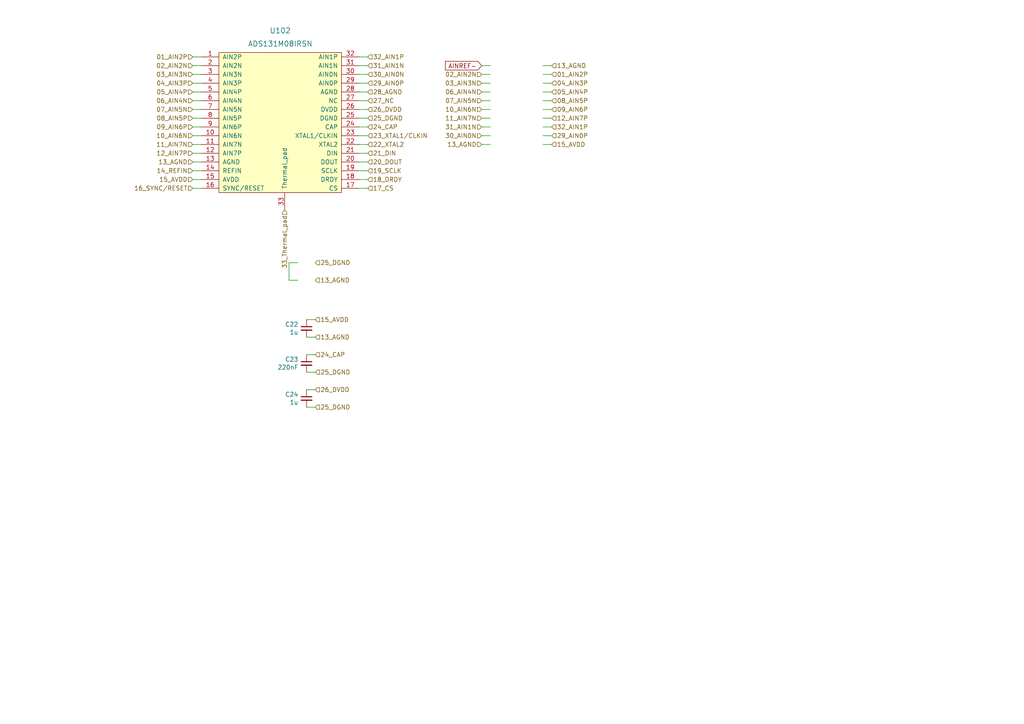
<source format=kicad_sch>
(kicad_sch (version 20210621) (generator eeschema)
  (paper "A4")
  (lib_symbols
    (symbol "FreeEEG32-ads131-rescue:C_Small-Device" (pin_numbers hide) (pin_names (offset 0.254) hide)
      (property "Reference" "C" (at 0.254 1.778 0))
      (property "Value" "C_Small-Device" (at 0.254 -2.032 0))
      (symbol "C_Small-Device_0_1"
        (polyline (pts (xy -1.524 -0.508) (xy 1.524 -0.508)) (stroke (width 0.3302)))
        (polyline (pts (xy -1.524 0.508) (xy 1.524 0.508)) (stroke (width 0.3048)))
      )
      (symbol "C_Small-Device_1_1"
        (pin passive line (at 0 2.54 270) (length 2.032) (name "~") (number "1"))
        (pin passive line (at 0 -2.54 90) (length 2.032) (name "~") (number "2"))
      )
    )
    (symbol "ads131:ADS131M08IPBS" (pin_names (offset 1.016))
      (property "Reference" "U?" (at -1.27 44.45 0))
      (property "Value" "ADS131M08IPBS" (at -1.27 40.64 0))
      (symbol "ADS131M08IPBS_0_1"
        (rectangle (start -19.05 39.37) (end 16.51 -1.27) (fill (type background)))
      )
      (symbol "ADS131M08IPBS_1_1"
        (pin input line (at -24.13 38.1 0) (length 5.08) (name "AIN2P") (number "1"))
        (pin input line (at -24.13 15.24 0) (length 5.08) (name "AIN6N") (number "10"))
        (pin input line (at -24.13 12.7 0) (length 5.08) (name "AIN7N") (number "11"))
        (pin input line (at -24.13 10.16 0) (length 5.08) (name "AIN7P") (number "12"))
        (pin input line (at -24.13 7.62 0) (length 5.08) (name "AGND") (number "13"))
        (pin input line (at -24.13 5.08 0) (length 5.08) (name "REFIN") (number "14"))
        (pin input line (at -24.13 2.54 0) (length 5.08) (name "AVDD") (number "15"))
        (pin input line (at -24.13 0 0) (length 5.08) (name "SYNC/RESET") (number "16"))
        (pin input line (at 21.59 0 180) (length 5.08) (name "CS") (number "17"))
        (pin input line (at 21.59 2.54 180) (length 5.08) (name "DRDY") (number "18"))
        (pin input line (at 21.59 5.08 180) (length 5.08) (name "SCLK") (number "19"))
        (pin input line (at -24.13 35.56 0) (length 5.08) (name "AIN2N") (number "2"))
        (pin input line (at 21.59 7.62 180) (length 5.08) (name "DOUT") (number "20"))
        (pin input line (at 21.59 10.16 180) (length 5.08) (name "DIN") (number "21"))
        (pin input line (at 21.59 12.7 180) (length 5.08) (name "XTAL2") (number "22"))
        (pin input line (at 21.59 15.24 180) (length 5.08) (name "XTAL1/CLKIN") (number "23"))
        (pin input line (at 21.59 17.78 180) (length 5.08) (name "CAP") (number "24"))
        (pin input line (at 21.59 20.32 180) (length 5.08) (name "DGND") (number "25"))
        (pin input line (at 21.59 22.86 180) (length 5.08) (name "DVDD") (number "26"))
        (pin input line (at 21.59 25.4 180) (length 5.08) (name "NC") (number "27"))
        (pin input line (at 21.59 27.94 180) (length 5.08) (name "AGND") (number "28"))
        (pin input line (at 21.59 30.48 180) (length 5.08) (name "AIN0P") (number "29"))
        (pin input line (at -24.13 33.02 0) (length 5.08) (name "AIN3N") (number "3"))
        (pin input line (at 21.59 33.02 180) (length 5.08) (name "AIN0N") (number "30"))
        (pin input line (at 21.59 35.56 180) (length 5.08) (name "AIN1N") (number "31"))
        (pin input line (at 21.59 38.1 180) (length 5.08) (name "AIN1P") (number "32"))
        (pin input line (at 0 -6.35 90) (length 5.08) (name "Thermal_pad") (number "33"))
        (pin input line (at -24.13 30.48 0) (length 5.08) (name "AIN3P") (number "4"))
        (pin input line (at -24.13 27.94 0) (length 5.08) (name "AIN4P") (number "5"))
        (pin input line (at -24.13 25.4 0) (length 5.08) (name "AIN4N") (number "6"))
        (pin input line (at -24.13 22.86 0) (length 5.08) (name "AIN5N") (number "7"))
        (pin input line (at -24.13 20.32 0) (length 5.08) (name "AIN5P") (number "8"))
        (pin input line (at -24.13 17.78 0) (length 5.08) (name "AIN6P") (number "9"))
      )
    )
  )
  (wire (pts (xy 55.88 16.51) (xy 58.42 16.51)))
  (wire (pts (xy 55.88 19.05) (xy 58.42 19.05)))
  (wire (pts (xy 55.88 21.59) (xy 58.42 21.59)))
  (wire (pts (xy 55.88 24.13) (xy 58.42 24.13)))
  (wire (pts (xy 55.88 29.21) (xy 58.42 29.21)))
  (wire (pts (xy 55.88 31.75) (xy 58.42 31.75)))
  (wire (pts (xy 55.88 34.29) (xy 58.42 34.29)))
  (wire (pts (xy 55.88 36.83) (xy 58.42 36.83)))
  (wire (pts (xy 55.88 39.37) (xy 58.42 39.37)))
  (wire (pts (xy 55.88 41.91) (xy 58.42 41.91)))
  (wire (pts (xy 55.88 44.45) (xy 58.42 44.45)))
  (wire (pts (xy 55.88 46.99) (xy 58.42 46.99)))
  (wire (pts (xy 55.88 49.53) (xy 58.42 49.53)))
  (wire (pts (xy 55.88 52.07) (xy 58.42 52.07)))
  (wire (pts (xy 55.88 54.61) (xy 58.42 54.61)))
  (wire (pts (xy 58.42 26.67) (xy 55.88 26.67)))
  (wire (pts (xy 83.82 76.2) (xy 83.82 81.28)))
  (wire (pts (xy 83.82 81.28) (xy 86.36 81.28)))
  (wire (pts (xy 86.36 76.2) (xy 83.82 76.2)))
  (wire (pts (xy 91.44 92.71) (xy 88.9 92.71)))
  (wire (pts (xy 91.44 97.79) (xy 88.9 97.79)))
  (wire (pts (xy 91.44 102.87) (xy 88.9 102.87)))
  (wire (pts (xy 91.44 107.95) (xy 88.9 107.95)))
  (wire (pts (xy 91.44 113.03) (xy 88.9 113.03)))
  (wire (pts (xy 91.44 118.11) (xy 88.9 118.11)))
  (wire (pts (xy 104.14 16.51) (xy 106.68 16.51)))
  (wire (pts (xy 104.14 19.05) (xy 106.68 19.05)))
  (wire (pts (xy 104.14 21.59) (xy 106.68 21.59)))
  (wire (pts (xy 104.14 24.13) (xy 106.68 24.13)))
  (wire (pts (xy 104.14 29.21) (xy 106.68 29.21)))
  (wire (pts (xy 104.14 31.75) (xy 106.68 31.75)))
  (wire (pts (xy 104.14 34.29) (xy 106.68 34.29)))
  (wire (pts (xy 104.14 36.83) (xy 106.68 36.83)))
  (wire (pts (xy 104.14 39.37) (xy 106.68 39.37)))
  (wire (pts (xy 104.14 41.91) (xy 106.68 41.91)))
  (wire (pts (xy 104.14 44.45) (xy 106.68 44.45)))
  (wire (pts (xy 104.14 46.99) (xy 106.68 46.99)))
  (wire (pts (xy 104.14 49.53) (xy 106.68 49.53)))
  (wire (pts (xy 104.14 52.07) (xy 106.68 52.07)))
  (wire (pts (xy 104.14 54.61) (xy 106.68 54.61)))
  (wire (pts (xy 106.68 26.67) (xy 104.14 26.67)))
  (wire (pts (xy 139.7 21.59) (xy 142.24 21.59)))
  (wire (pts (xy 139.7 24.13) (xy 142.24 24.13)))
  (wire (pts (xy 139.7 26.67) (xy 142.24 26.67)))
  (wire (pts (xy 139.7 29.21) (xy 142.24 29.21)))
  (wire (pts (xy 139.7 31.75) (xy 142.24 31.75)))
  (wire (pts (xy 139.7 34.29) (xy 142.24 34.29)))
  (wire (pts (xy 139.7 36.83) (xy 142.24 36.83)))
  (wire (pts (xy 139.7 39.37) (xy 142.24 39.37)))
  (wire (pts (xy 142.24 19.05) (xy 139.7 19.05)))
  (wire (pts (xy 142.24 41.91) (xy 139.7 41.91)))
  (wire (pts (xy 160.02 19.05) (xy 157.48 19.05)))
  (wire (pts (xy 160.02 21.59) (xy 157.48 21.59)))
  (wire (pts (xy 160.02 24.13) (xy 157.48 24.13)))
  (wire (pts (xy 160.02 26.67) (xy 157.48 26.67)))
  (wire (pts (xy 160.02 29.21) (xy 157.48 29.21)))
  (wire (pts (xy 160.02 31.75) (xy 157.48 31.75)))
  (wire (pts (xy 160.02 34.29) (xy 157.48 34.29)))
  (wire (pts (xy 160.02 36.83) (xy 157.48 36.83)))
  (wire (pts (xy 160.02 39.37) (xy 157.48 39.37)))
  (wire (pts (xy 160.02 41.91) (xy 157.48 41.91)))
  (global_label "AINREF-" (shape input) (at 139.7 19.05 180) (property "Intersheet References" "${INTERSHEET_REFS}" (effects hide)))
  (hierarchical_label "01_AIN2P" (shape input) (at 55.88 16.51 180))
  (hierarchical_label "02_AIN2N" (shape input) (at 55.88 19.05 180))
  (hierarchical_label "03_AIN3N" (shape input) (at 55.88 21.59 180))
  (hierarchical_label "04_AIN3P" (shape input) (at 55.88 24.13 180))
  (hierarchical_label "05_AIN4P" (shape input) (at 55.88 26.67 180))
  (hierarchical_label "06_AIN4N" (shape input) (at 55.88 29.21 180))
  (hierarchical_label "07_AIN5N" (shape input) (at 55.88 31.75 180))
  (hierarchical_label "08_AIN5P" (shape input) (at 55.88 34.29 180))
  (hierarchical_label "09_AIN6P" (shape input) (at 55.88 36.83 180))
  (hierarchical_label "10_AIN6N" (shape input) (at 55.88 39.37 180))
  (hierarchical_label "11_AIN7N" (shape input) (at 55.88 41.91 180))
  (hierarchical_label "12_AIN7P" (shape input) (at 55.88 44.45 180))
  (hierarchical_label "13_AGND" (shape input) (at 55.88 46.99 180))
  (hierarchical_label "14_REFIN" (shape input) (at 55.88 49.53 180))
  (hierarchical_label "15_AVDD" (shape input) (at 55.88 52.07 180))
  (hierarchical_label "16_SYNC{slash}RESET" (shape input) (at 55.88 54.61 180))
  (hierarchical_label "33_Thermal_pad" (shape input) (at 82.55 60.96 270))
  (hierarchical_label "25_DGND" (shape input) (at 91.44 76.2 0))
  (hierarchical_label "13_AGND" (shape input) (at 91.44 81.28 0))
  (hierarchical_label "15_AVDD" (shape input) (at 91.44 92.71 0))
  (hierarchical_label "13_AGND" (shape input) (at 91.44 97.79 0))
  (hierarchical_label "24_CAP" (shape input) (at 91.44 102.87 0))
  (hierarchical_label "25_DGND" (shape input) (at 91.44 107.95 0))
  (hierarchical_label "26_DVDD" (shape input) (at 91.44 113.03 0))
  (hierarchical_label "25_DGND" (shape input) (at 91.44 118.11 0))
  (hierarchical_label "32_AIN1P" (shape input) (at 106.68 16.51 0))
  (hierarchical_label "31_AIN1N" (shape input) (at 106.68 19.05 0))
  (hierarchical_label "30_AIN0N" (shape input) (at 106.68 21.59 0))
  (hierarchical_label "29_AIN0P" (shape input) (at 106.68 24.13 0))
  (hierarchical_label "28_AGND" (shape input) (at 106.68 26.67 0))
  (hierarchical_label "27_NC" (shape input) (at 106.68 29.21 0))
  (hierarchical_label "26_DVDD" (shape input) (at 106.68 31.75 0))
  (hierarchical_label "25_DGND" (shape input) (at 106.68 34.29 0))
  (hierarchical_label "24_CAP" (shape input) (at 106.68 36.83 0))
  (hierarchical_label "23_XTAL1{slash}CLKIN" (shape input) (at 106.68 39.37 0))
  (hierarchical_label "22_XTAL2" (shape input) (at 106.68 41.91 0))
  (hierarchical_label "21_DIN" (shape input) (at 106.68 44.45 0))
  (hierarchical_label "20_DOUT" (shape input) (at 106.68 46.99 0))
  (hierarchical_label "19_SCLK" (shape input) (at 106.68 49.53 0))
  (hierarchical_label "18_DRDY" (shape input) (at 106.68 52.07 0))
  (hierarchical_label "17_CS" (shape input) (at 106.68 54.61 0))
  (hierarchical_label "02_AIN2N" (shape input) (at 139.7 21.59 180))
  (hierarchical_label "03_AIN3N" (shape input) (at 139.7 24.13 180))
  (hierarchical_label "06_AIN4N" (shape input) (at 139.7 26.67 180))
  (hierarchical_label "07_AIN5N" (shape input) (at 139.7 29.21 180))
  (hierarchical_label "10_AIN6N" (shape input) (at 139.7 31.75 180))
  (hierarchical_label "11_AIN7N" (shape input) (at 139.7 34.29 180))
  (hierarchical_label "31_AIN1N" (shape input) (at 139.7 36.83 180))
  (hierarchical_label "30_AIN0N" (shape input) (at 139.7 39.37 180))
  (hierarchical_label "13_AGND" (shape input) (at 139.7 41.91 180))
  (hierarchical_label "13_AGND" (shape input) (at 160.02 19.05 0))
  (hierarchical_label "01_AIN2P" (shape input) (at 160.02 21.59 0))
  (hierarchical_label "04_AIN3P" (shape input) (at 160.02 24.13 0))
  (hierarchical_label "05_AIN4P" (shape input) (at 160.02 26.67 0))
  (hierarchical_label "08_AIN5P" (shape input) (at 160.02 29.21 0))
  (hierarchical_label "09_AIN6P" (shape input) (at 160.02 31.75 0))
  (hierarchical_label "12_AIN7P" (shape input) (at 160.02 34.29 0))
  (hierarchical_label "32_AIN1P" (shape input) (at 160.02 36.83 0))
  (hierarchical_label "29_AIN0P" (shape input) (at 160.02 39.37 0))
  (hierarchical_label "15_AVDD" (shape input) (at 160.02 41.91 0))
  (symbol (lib_id "FreeEEG32-ads131-rescue:C_Small-Device") (at 88.9 95.25 0) (mirror y) (unit 1)
    (property "Reference" "C22" (at 86.5632 94.0816 0) (effects (justify left)))
    (property "Value" "1u" (at 86.5632 96.393 0) (effects (justify left)))
    (property "Footprint" "Capacitor_SMD:C_0402_1005Metric" (effects hide))
    (property "Datasheet" "C0G" (effects hide))
    (property "MNP" "CL05A105KO5NNNC" (effects hide))
  )
  (symbol (lib_id "FreeEEG32-ads131-rescue:C_Small-Device") (at 88.9 105.41 0) (mirror y) (unit 1)
    (property "Reference" "C23" (at 86.5632 104.2416 0) (effects (justify left)))
    (property "Value" "220nF" (at 86.5632 106.553 0) (effects (justify left)))
    (property "Footprint" "Capacitor_SMD:C_0402_1005Metric" (effects hide))
    (property "Datasheet" "X7R, not Y5V" (effects hide))
    (property "MNP" "CL05A105KO5NNNC" (effects hide))
  )
  (symbol (lib_id "FreeEEG32-ads131-rescue:C_Small-Device") (at 88.9 115.57 0) (mirror y) (unit 1)
    (property "Reference" "C24" (at 86.5632 114.4016 0) (effects (justify left)))
    (property "Value" "1u" (at 86.5632 116.713 0) (effects (justify left)))
    (property "Footprint" "Capacitor_SMD:C_0402_1005Metric" (effects hide))
    (property "Datasheet" "X7R, not Y5V" (effects hide))
    (property "MNP" "CL05A105KO5NNNC" (effects hide))
  )
  (symbol (lib_id "ads131:ADS131M08IPBS") (at 82.55 54.61 0) (unit 1)
    (property "Reference" "U102" (at 81.28 8.89 0) (effects (font (size 1.524 1.524))))
    (property "Value" "ADS131M08IRSN" (at 81.28 12.7 0) (effects (font (size 1.524 1.524))))
    (property "Footprint" "Package_DFN_QFN:QFN-32-1EP_4x4mm_P0.4mm_EP2.65x2.65mm_ThermalVias" (effects hide))
    (property "MNP" "AD7771BCPZ" (effects hide))
    (property "Manufacturer" "Analog Devices" (effects hide))
  )
)
</source>
